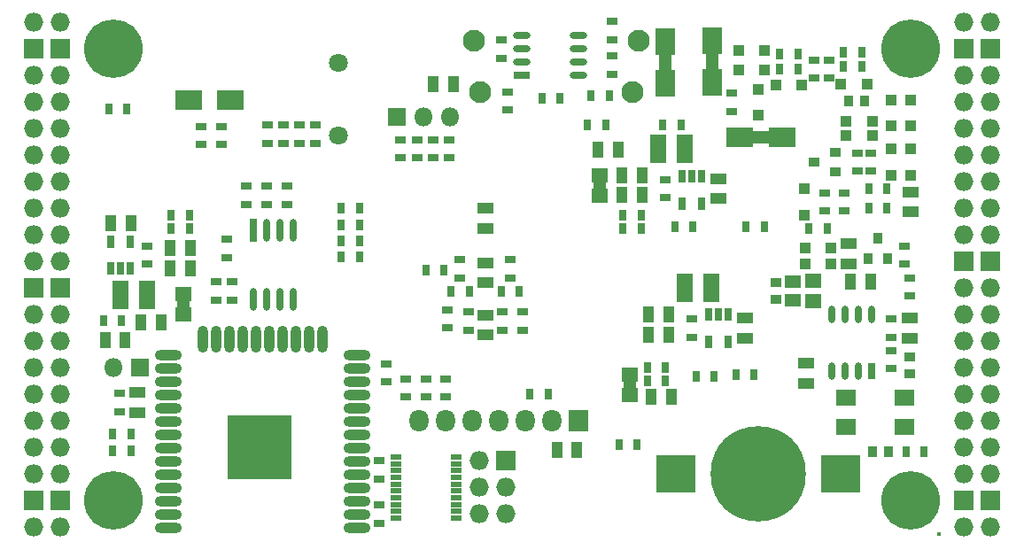
<source format=gbs>
G04 #@! TF.GenerationSoftware,KiCad,Pcbnew,5.0.0-rc3+dfsg1-1*
G04 #@! TF.CreationDate,2018-07-07T09:59:44+02:00*
G04 #@! TF.ProjectId,ulx3s,756C7833732E6B696361645F70636200,rev?*
G04 #@! TF.SameCoordinates,Original*
G04 #@! TF.FileFunction,Soldermask,Bot*
G04 #@! TF.FilePolarity,Negative*
%FSLAX46Y46*%
G04 Gerber Fmt 4.6, Leading zero omitted, Abs format (unit mm)*
G04 Created by KiCad (PCBNEW 5.0.0-rc3+dfsg1-1) date Sat Jul  7 09:59:44 2018*
%MOMM*%
%LPD*%
G01*
G04 APERTURE LIST*
%ADD10C,1.200000*%
%ADD11C,2.100000*%
%ADD12O,2.600000X1.000000*%
%ADD13O,1.000000X2.600000*%
%ADD14R,6.100000X6.100000*%
%ADD15R,0.770000X1.100000*%
%ADD16R,1.500000X1.395000*%
%ADD17R,2.600000X1.900000*%
%ADD18R,1.900000X2.600000*%
%ADD19R,3.800000X3.600000*%
%ADD20C,9.100000*%
%ADD21R,1.650000X0.700000*%
%ADD22O,1.650000X0.700000*%
%ADD23R,0.700000X2.200000*%
%ADD24O,0.700000X2.200000*%
%ADD25R,0.700000X1.650000*%
%ADD26O,0.700000X1.650000*%
%ADD27R,1.100000X0.500000*%
%ADD28R,0.800000X1.300000*%
%ADD29O,1.827200X1.827200*%
%ADD30R,1.827200X1.827200*%
%ADD31C,5.600000*%
%ADD32R,1.827200X2.132000*%
%ADD33O,1.827200X2.132000*%
%ADD34C,1.800000*%
%ADD35R,1.900000X1.500000*%
%ADD36R,1.070000X1.600000*%
%ADD37R,1.600000X1.070000*%
%ADD38R,1.100000X0.770000*%
%ADD39R,1.100000X1.100000*%
%ADD40C,0.400000*%
%ADD41R,1.800000X1.800000*%
%ADD42O,1.800000X1.800000*%
%ADD43R,1.600000X2.800000*%
%ADD44R,0.900000X1.000000*%
%ADD45R,1.000000X0.900000*%
%ADD46R,0.920000X1.100000*%
%ADD47R,1.100000X0.920000*%
%ADD48R,1.500000X1.220000*%
G04 APERTURE END LIST*
D10*
G04 #@! TO.C,RP3*
X149472000Y-77311000D02*
X149472000Y-79311000D01*
G04 #@! TO.C,RP2*
X109609000Y-88632000D02*
X109609000Y-90632000D01*
G04 #@! TO.C,RP1*
X152281000Y-96361000D02*
X152281000Y-98361000D01*
G04 #@! TO.C,RD9*
X166854000Y-73630000D02*
X162854000Y-73630000D01*
G04 #@! TO.C,RD52*
X160155000Y-64391000D02*
X160155000Y-68391000D01*
G04 #@! TO.C,RD51*
X155710000Y-68518000D02*
X155710000Y-64518000D01*
G04 #@! TD*
D11*
G04 #@! TO.C,GPDI1*
X152546000Y-69312000D03*
X138046000Y-69312000D03*
X153146000Y-64412000D03*
X137446000Y-64412000D03*
G04 #@! TD*
D12*
G04 #@! TO.C,U9*
X126230000Y-111000000D03*
X126230000Y-109730000D03*
X126230000Y-108460000D03*
X126230000Y-107190000D03*
X126230000Y-105920000D03*
X126230000Y-104650000D03*
X126230000Y-103380000D03*
X126230000Y-102110000D03*
X126230000Y-100840000D03*
X126230000Y-99570000D03*
X126230000Y-98300000D03*
X126230000Y-97030000D03*
X126230000Y-95760000D03*
X126230000Y-94490000D03*
D13*
X122945000Y-93000000D03*
X121675000Y-93000000D03*
X120405000Y-93000000D03*
X119135000Y-93000000D03*
X117865000Y-93000000D03*
X116595000Y-93000000D03*
X115325000Y-93000000D03*
X114055000Y-93000000D03*
X112785000Y-93000000D03*
X111515000Y-93000000D03*
D12*
X108230000Y-94490000D03*
X108230000Y-95760000D03*
X108230000Y-97030000D03*
X108230000Y-98300000D03*
X108230000Y-99570000D03*
X108230000Y-100840000D03*
X108230000Y-102110000D03*
X108230000Y-103380000D03*
X108230000Y-104650000D03*
X108230000Y-105920000D03*
X108230000Y-107190000D03*
X108230000Y-108460000D03*
X108230000Y-109730000D03*
X108230000Y-111000000D03*
D14*
X116930000Y-103300000D03*
G04 #@! TD*
D15*
G04 #@! TO.C,C49*
X103738000Y-91156000D03*
X101988000Y-91156000D03*
G04 #@! TD*
D16*
G04 #@! TO.C,RP3*
X149472000Y-79278500D03*
X149472000Y-77343500D03*
G04 #@! TD*
G04 #@! TO.C,RP2*
X109609000Y-90599500D03*
X109609000Y-88664500D03*
G04 #@! TD*
G04 #@! TO.C,RP1*
X152281000Y-98328500D03*
X152281000Y-96393500D03*
G04 #@! TD*
D17*
G04 #@! TO.C,RD9*
X162854000Y-73630000D03*
X166854000Y-73630000D03*
G04 #@! TD*
D18*
G04 #@! TO.C,RD52*
X160155000Y-68391000D03*
X160155000Y-64391000D03*
G04 #@! TD*
G04 #@! TO.C,RD51*
X155710000Y-64518000D03*
X155710000Y-68518000D03*
G04 #@! TD*
D19*
G04 #@! TO.C,BAT1*
X172485000Y-105870000D03*
X156685000Y-105870000D03*
D20*
X164585000Y-105870000D03*
G04 #@! TD*
D21*
G04 #@! TO.C,U11*
X141980000Y-67706500D03*
D22*
X141980000Y-66436500D03*
X141980000Y-65166500D03*
X141980000Y-63896500D03*
X147380000Y-63896500D03*
X147380000Y-65166500D03*
X147380000Y-66436500D03*
X147380000Y-67706500D03*
G04 #@! TD*
D23*
G04 #@! TO.C,U10*
X116340000Y-82520000D03*
D24*
X117610000Y-82520000D03*
X118880000Y-82520000D03*
X120150000Y-82520000D03*
X120150000Y-89124000D03*
X118880000Y-89124000D03*
X117610000Y-89124000D03*
X116340000Y-89124000D03*
G04 #@! TD*
D25*
G04 #@! TO.C,U7*
X175395000Y-96015000D03*
D26*
X174125000Y-96015000D03*
X172855000Y-96015000D03*
X171585000Y-96015000D03*
X171585000Y-90615000D03*
X172855000Y-90615000D03*
X174125000Y-90615000D03*
X175395000Y-90615000D03*
G04 #@! TD*
D27*
G04 #@! TO.C,U6*
X129935000Y-104215000D03*
X129935000Y-104865000D03*
X129935000Y-105515000D03*
X129935000Y-106165000D03*
X129935000Y-106815000D03*
X129935000Y-107465000D03*
X129935000Y-108115000D03*
X129935000Y-108765000D03*
X129935000Y-109415000D03*
X129935000Y-110065000D03*
X135735000Y-110065000D03*
X135735000Y-109415000D03*
X135735000Y-108765000D03*
X135735000Y-108115000D03*
X135735000Y-107465000D03*
X135735000Y-106815000D03*
X135735000Y-106165000D03*
X135735000Y-105515000D03*
X135735000Y-104865000D03*
X135735000Y-104215000D03*
G04 #@! TD*
D28*
G04 #@! TO.C,U5*
X157285000Y-77392000D03*
X158235000Y-77392000D03*
X159185000Y-77392000D03*
X159185000Y-79992000D03*
X157285000Y-79992000D03*
G04 #@! TD*
G04 #@! TO.C,U3*
X159825000Y-90600000D03*
X160775000Y-90600000D03*
X161725000Y-90600000D03*
X161725000Y-93200000D03*
X159825000Y-93200000D03*
G04 #@! TD*
G04 #@! TO.C,U4*
X104575000Y-86215000D03*
X103625000Y-86215000D03*
X102675000Y-86215000D03*
X102675000Y-83615000D03*
X104575000Y-83615000D03*
G04 #@! TD*
D29*
G04 #@! TO.C,J1*
X97910000Y-62690000D03*
X95370000Y-62690000D03*
D30*
X97910000Y-65230000D03*
X95370000Y-65230000D03*
D29*
X97910000Y-67770000D03*
X95370000Y-67770000D03*
X97910000Y-70310000D03*
X95370000Y-70310000D03*
X97910000Y-72850000D03*
X95370000Y-72850000D03*
X97910000Y-75390000D03*
X95370000Y-75390000D03*
X97910000Y-77930000D03*
X95370000Y-77930000D03*
X97910000Y-80470000D03*
X95370000Y-80470000D03*
X97910000Y-83010000D03*
X95370000Y-83010000D03*
X97910000Y-85550000D03*
X95370000Y-85550000D03*
D30*
X97910000Y-88090000D03*
X95370000Y-88090000D03*
D29*
X97910000Y-90630000D03*
X95370000Y-90630000D03*
X97910000Y-93170000D03*
X95370000Y-93170000D03*
X97910000Y-95710000D03*
X95370000Y-95710000D03*
X97910000Y-98250000D03*
X95370000Y-98250000D03*
X97910000Y-100790000D03*
X95370000Y-100790000D03*
X97910000Y-103330000D03*
X95370000Y-103330000D03*
X97910000Y-105870000D03*
X95370000Y-105870000D03*
D30*
X97910000Y-108410000D03*
X95370000Y-108410000D03*
D29*
X97910000Y-110950000D03*
X95370000Y-110950000D03*
G04 #@! TD*
G04 #@! TO.C,J2*
X184270000Y-110950000D03*
X186810000Y-110950000D03*
D30*
X184270000Y-108410000D03*
X186810000Y-108410000D03*
D29*
X184270000Y-105870000D03*
X186810000Y-105870000D03*
X184270000Y-103330000D03*
X186810000Y-103330000D03*
X184270000Y-100790000D03*
X186810000Y-100790000D03*
X184270000Y-98250000D03*
X186810000Y-98250000D03*
X184270000Y-95710000D03*
X186810000Y-95710000D03*
X184270000Y-93170000D03*
X186810000Y-93170000D03*
X184270000Y-90630000D03*
X186810000Y-90630000D03*
X184270000Y-88090000D03*
X186810000Y-88090000D03*
D30*
X184270000Y-85550000D03*
X186810000Y-85550000D03*
D29*
X184270000Y-83010000D03*
X186810000Y-83010000D03*
X184270000Y-80470000D03*
X186810000Y-80470000D03*
X184270000Y-77930000D03*
X186810000Y-77930000D03*
X184270000Y-75390000D03*
X186810000Y-75390000D03*
X184270000Y-72850000D03*
X186810000Y-72850000D03*
X184270000Y-70310000D03*
X186810000Y-70310000D03*
X184270000Y-67770000D03*
X186810000Y-67770000D03*
D30*
X184270000Y-65230000D03*
X186810000Y-65230000D03*
D29*
X184270000Y-62690000D03*
X186810000Y-62690000D03*
G04 #@! TD*
D31*
G04 #@! TO.C,H1*
X102990000Y-108410000D03*
G04 #@! TD*
G04 #@! TO.C,H2*
X179190000Y-108410000D03*
G04 #@! TD*
G04 #@! TO.C,H3*
X179190000Y-65230000D03*
G04 #@! TD*
G04 #@! TO.C,H4*
X102990000Y-65230000D03*
G04 #@! TD*
D30*
G04 #@! TO.C,J4*
X140455000Y-104600000D03*
D29*
X137915000Y-104600000D03*
X140455000Y-107140000D03*
X137915000Y-107140000D03*
X140455000Y-109680000D03*
X137915000Y-109680000D03*
G04 #@! TD*
D32*
G04 #@! TO.C,OLED1*
X147440000Y-100790000D03*
D33*
X144900000Y-100790000D03*
X142360000Y-100790000D03*
X139820000Y-100790000D03*
X137280000Y-100790000D03*
X134740000Y-100790000D03*
X132200000Y-100790000D03*
G04 #@! TD*
D34*
G04 #@! TO.C,AUDIO1*
X124468000Y-66518000D03*
X124468000Y-73518000D03*
G04 #@! TD*
D35*
G04 #@! TO.C,Y2*
X178576000Y-98522000D03*
X172976000Y-98522000D03*
X172976000Y-101322000D03*
X178576000Y-101322000D03*
G04 #@! TD*
D36*
G04 #@! TO.C,C47*
X133546000Y-68550000D03*
X135456000Y-68550000D03*
G04 #@! TD*
G04 #@! TO.C,C1*
X102748500Y-81885000D03*
X104658500Y-81885000D03*
G04 #@! TD*
D15*
G04 #@! TO.C,C2*
X153985000Y-96910000D03*
X155735000Y-96910000D03*
G04 #@! TD*
D36*
G04 #@! TO.C,C3*
X156015000Y-90630000D03*
X154105000Y-90630000D03*
G04 #@! TD*
G04 #@! TO.C,C4*
X154105000Y-92535000D03*
X156015000Y-92535000D03*
G04 #@! TD*
D37*
G04 #@! TO.C,C5*
X163315000Y-90945000D03*
X163315000Y-92855000D03*
G04 #@! TD*
D15*
G04 #@! TO.C,C6*
X151645000Y-82375000D03*
X153395000Y-82375000D03*
G04 #@! TD*
D36*
G04 #@! TO.C,C7*
X153475000Y-79200000D03*
X151565000Y-79200000D03*
G04 #@! TD*
G04 #@! TO.C,C8*
X153475000Y-77295000D03*
X151565000Y-77295000D03*
G04 #@! TD*
D37*
G04 #@! TO.C,C9*
X160775000Y-79520000D03*
X160775000Y-77610000D03*
G04 #@! TD*
D15*
G04 #@! TO.C,C10*
X108465000Y-81105000D03*
X110215000Y-81105000D03*
G04 #@! TD*
D36*
G04 #@! TO.C,C11*
X108385000Y-84280000D03*
X110295000Y-84280000D03*
G04 #@! TD*
G04 #@! TO.C,C12*
X110295000Y-86185000D03*
X108385000Y-86185000D03*
G04 #@! TD*
D37*
G04 #@! TO.C,C13*
X173221000Y-83833000D03*
X173221000Y-85743000D03*
G04 #@! TD*
D38*
G04 #@! TO.C,C14*
X175380000Y-76900000D03*
X175380000Y-75150000D03*
G04 #@! TD*
D37*
G04 #@! TO.C,C15*
X105276000Y-99967000D03*
X105276000Y-98057000D03*
G04 #@! TD*
D36*
G04 #@! TO.C,C16*
X173424000Y-87473000D03*
X175334000Y-87473000D03*
G04 #@! TD*
D37*
G04 #@! TO.C,C17*
X138500000Y-90665000D03*
X138500000Y-92575000D03*
G04 #@! TD*
D38*
G04 #@! TO.C,C18*
X150589600Y-64359000D03*
X150589600Y-62609000D03*
G04 #@! TD*
D37*
G04 #@! TO.C,C19*
X138500000Y-82375000D03*
X138500000Y-80465000D03*
G04 #@! TD*
G04 #@! TO.C,C20*
X138500000Y-87575000D03*
X138500000Y-85665000D03*
G04 #@! TD*
D36*
G04 #@! TO.C,C21*
X104072000Y-93061000D03*
X102162000Y-93061000D03*
G04 #@! TD*
G04 #@! TO.C,C22*
X154359000Y-98504000D03*
X156269000Y-98504000D03*
G04 #@! TD*
G04 #@! TO.C,C23*
X105591000Y-91392000D03*
X107501000Y-91392000D03*
G04 #@! TD*
G04 #@! TO.C,C24*
X151189000Y-74882000D03*
X149279000Y-74882000D03*
G04 #@! TD*
D38*
G04 #@! TO.C,C25*
X140900000Y-87095000D03*
X140900000Y-85345000D03*
G04 #@! TD*
G04 #@! TO.C,C26*
X136100000Y-87095000D03*
X136100000Y-85345000D03*
G04 #@! TD*
G04 #@! TO.C,C27*
X136900000Y-92095000D03*
X136900000Y-90345000D03*
G04 #@! TD*
G04 #@! TO.C,C28*
X140100000Y-90345000D03*
X140100000Y-92095000D03*
G04 #@! TD*
G04 #@! TO.C,C29*
X142100000Y-92095000D03*
X142100000Y-90345000D03*
G04 #@! TD*
G04 #@! TO.C,C30*
X134900000Y-90145000D03*
X134900000Y-91895000D03*
G04 #@! TD*
D15*
G04 #@! TO.C,C31*
X135225000Y-88420000D03*
X136975000Y-88420000D03*
G04 #@! TD*
G04 #@! TO.C,C32*
X140025000Y-88420000D03*
X141775000Y-88420000D03*
G04 #@! TD*
G04 #@! TO.C,C33*
X163425000Y-82220000D03*
X165175000Y-82220000D03*
G04 #@! TD*
G04 #@! TO.C,C34*
X158375000Y-82220000D03*
X156625000Y-82220000D03*
G04 #@! TD*
D38*
G04 #@! TO.C,C35*
X177300000Y-94025000D03*
X177300000Y-95775000D03*
G04 #@! TD*
D36*
G04 #@! TO.C,C46*
X145342000Y-103584000D03*
X147252000Y-103584000D03*
G04 #@! TD*
D15*
G04 #@! TO.C,C48*
X104246000Y-70963000D03*
X102496000Y-70963000D03*
G04 #@! TD*
D38*
G04 #@! TO.C,C50*
X179063000Y-88856000D03*
X179063000Y-87106000D03*
G04 #@! TD*
D15*
G04 #@! TO.C,C51*
X180473000Y-103711000D03*
X178723000Y-103711000D03*
G04 #@! TD*
G04 #@! TO.C,C52*
X158645000Y-96490000D03*
X160395000Y-96490000D03*
G04 #@! TD*
G04 #@! TO.C,C53*
X132827200Y-86330000D03*
X134577200Y-86330000D03*
G04 #@! TD*
D37*
G04 #@! TO.C,C54*
X169172000Y-95281000D03*
X169172000Y-97191000D03*
G04 #@! TD*
G04 #@! TO.C,D11*
X179190000Y-80790000D03*
X179190000Y-78880000D03*
G04 #@! TD*
D39*
G04 #@! TO.C,D10*
X169050000Y-84280000D03*
X171550000Y-84280000D03*
G04 #@! TD*
G04 #@! TO.C,D12*
X169030000Y-78585000D03*
X169030000Y-81085000D03*
G04 #@! TD*
G04 #@! TO.C,D13*
X171550000Y-85804000D03*
X169050000Y-85804000D03*
G04 #@! TD*
G04 #@! TO.C,D14*
X179190000Y-74775000D03*
X179190000Y-77275000D03*
G04 #@! TD*
G04 #@! TO.C,D15*
X177285000Y-77275000D03*
X177285000Y-74775000D03*
G04 #@! TD*
G04 #@! TO.C,D16*
X172987000Y-73503000D03*
X175487000Y-73503000D03*
G04 #@! TD*
G04 #@! TO.C,D17*
X164585000Y-69060000D03*
X164585000Y-71560000D03*
G04 #@! TD*
G04 #@! TO.C,D20*
X168756000Y-68659000D03*
X166256000Y-68659000D03*
G04 #@! TD*
G04 #@! TO.C,D21*
X174979000Y-68550000D03*
X172479000Y-68550000D03*
G04 #@! TD*
G04 #@! TO.C,D23*
X165200000Y-67262000D03*
X162700000Y-67262000D03*
G04 #@! TD*
G04 #@! TO.C,D24*
X162700000Y-65357000D03*
X165200000Y-65357000D03*
G04 #@! TD*
G04 #@! TO.C,D25*
X177285000Y-72594000D03*
X177285000Y-70094000D03*
G04 #@! TD*
G04 #@! TO.C,D26*
X179190000Y-70094000D03*
X179190000Y-72594000D03*
G04 #@! TD*
D40*
G04 #@! TO.C,AE1*
X181872000Y-111603000D03*
G04 #@! TD*
D38*
G04 #@! TO.C,R49*
X113277000Y-74360000D03*
X113277000Y-72610000D03*
G04 #@! TD*
G04 #@! TO.C,R50*
X111372000Y-72610000D03*
X111372000Y-74360000D03*
G04 #@! TD*
D15*
G04 #@! TO.C,R51*
X155455000Y-72487000D03*
X157205000Y-72487000D03*
G04 #@! TD*
D38*
G04 #@! TO.C,R52*
X171331000Y-66278000D03*
X171331000Y-68028000D03*
G04 #@! TD*
G04 #@! TO.C,R53*
X169919000Y-68028000D03*
X169919000Y-66278000D03*
G04 #@! TD*
D15*
G04 #@! TO.C,R54*
X174477000Y-65502000D03*
X172727000Y-65502000D03*
G04 #@! TD*
D38*
G04 #@! TO.C,R56*
X128390000Y-106321000D03*
X128390000Y-104571000D03*
G04 #@! TD*
G04 #@! TO.C,R57*
X117722000Y-72483000D03*
X117722000Y-74233000D03*
G04 #@! TD*
G04 #@! TO.C,R58*
X119246000Y-74233000D03*
X119246000Y-72483000D03*
G04 #@! TD*
G04 #@! TO.C,R59*
X120770000Y-72483000D03*
X120770000Y-74233000D03*
G04 #@! TD*
G04 #@! TO.C,R60*
X122294000Y-74233000D03*
X122294000Y-72483000D03*
G04 #@! TD*
D15*
G04 #@! TO.C,R61*
X145655000Y-69900000D03*
X143905000Y-69900000D03*
G04 #@! TD*
D41*
G04 #@! TO.C,J3*
X105530000Y-95710000D03*
D42*
X102990000Y-95710000D03*
G04 #@! TD*
D41*
G04 #@! TO.C,J5*
X130056000Y-71725000D03*
D42*
X132596000Y-71725000D03*
X135136000Y-71725000D03*
G04 #@! TD*
D15*
G04 #@! TO.C,R40*
X166631000Y-65738000D03*
X168381000Y-65738000D03*
G04 #@! TD*
D38*
G04 #@! TO.C,R55*
X134740000Y-96740000D03*
X134740000Y-98490000D03*
G04 #@! TD*
D37*
G04 #@! TO.C,C55*
X179078000Y-90963000D03*
X179078000Y-92873000D03*
G04 #@! TD*
D38*
G04 #@! TO.C,R65*
X177300000Y-92793000D03*
X177300000Y-91043000D03*
G04 #@! TD*
D43*
G04 #@! TO.C,L1*
X160140000Y-88090000D03*
X157600000Y-88090000D03*
G04 #@! TD*
G04 #@! TO.C,L2*
X103625000Y-88725000D03*
X106165000Y-88725000D03*
G04 #@! TD*
G04 #@! TO.C,L3*
X155060000Y-74755000D03*
X157600000Y-74755000D03*
G04 #@! TD*
D15*
G04 #@! TO.C,R1*
X171175000Y-82375000D03*
X169425000Y-82375000D03*
G04 #@! TD*
D38*
G04 #@! TO.C,R2*
X172840000Y-78960000D03*
X172840000Y-80710000D03*
G04 #@! TD*
G04 #@! TO.C,R3*
X162045000Y-71185000D03*
X162045000Y-69435000D03*
G04 #@! TD*
D15*
G04 #@! TO.C,R4*
X176890000Y-80470000D03*
X175140000Y-80470000D03*
G04 #@! TD*
D38*
G04 #@! TO.C,R5*
X174110000Y-75150000D03*
X174110000Y-76900000D03*
G04 #@! TD*
G04 #@! TO.C,R6*
X178555000Y-85790000D03*
X178555000Y-84040000D03*
G04 #@! TD*
G04 #@! TO.C,R7*
X113785000Y-85155000D03*
X113785000Y-83405000D03*
G04 #@! TD*
G04 #@! TO.C,R8*
X170935000Y-80710000D03*
X170935000Y-78960000D03*
G04 #@! TD*
G04 #@! TO.C,R9*
X128390000Y-110555000D03*
X128390000Y-108805000D03*
G04 #@! TD*
D15*
G04 #@! TO.C,R10*
X151264000Y-103076000D03*
X153014000Y-103076000D03*
G04 #@! TD*
D38*
G04 #@! TO.C,R11*
X119515000Y-80093000D03*
X119515000Y-78343000D03*
G04 #@! TD*
G04 #@! TO.C,R12*
X114308000Y-89219000D03*
X114308000Y-87469000D03*
G04 #@! TD*
D15*
G04 #@! TO.C,R13*
X175140000Y-78565000D03*
X176890000Y-78565000D03*
G04 #@! TD*
G04 #@! TO.C,R14*
X124721000Y-85060000D03*
X126471000Y-85060000D03*
G04 #@! TD*
G04 #@! TO.C,R15*
X126471000Y-83536000D03*
X124721000Y-83536000D03*
G04 #@! TD*
G04 #@! TO.C,R16*
X124721000Y-82012000D03*
X126471000Y-82012000D03*
G04 #@! TD*
G04 #@! TO.C,R17*
X126471000Y-80470000D03*
X124721000Y-80470000D03*
G04 #@! TD*
D38*
G04 #@! TO.C,R18*
X130422000Y-73898000D03*
X130422000Y-75648000D03*
G04 #@! TD*
G04 #@! TO.C,R19*
X131961000Y-73898000D03*
X131961000Y-75648000D03*
G04 #@! TD*
G04 #@! TO.C,R20*
X133485000Y-73898000D03*
X133485000Y-75648000D03*
G04 #@! TD*
G04 #@! TO.C,R21*
X135009000Y-75648000D03*
X135009000Y-73898000D03*
G04 #@! TD*
G04 #@! TO.C,R22*
X140025500Y-66105000D03*
X140025500Y-64355000D03*
G04 #@! TD*
G04 #@! TO.C,R23*
X140597000Y-71076000D03*
X140597000Y-69326000D03*
G04 #@! TD*
G04 #@! TO.C,R24*
X150615000Y-67647000D03*
X150615000Y-65897000D03*
G04 #@! TD*
D15*
G04 #@! TO.C,R25*
X148300000Y-72487000D03*
X150050000Y-72487000D03*
G04 #@! TD*
G04 #@! TO.C,R26*
X150362000Y-69693000D03*
X148612000Y-69693000D03*
G04 #@! TD*
D38*
G04 #@! TO.C,R27*
X129025000Y-95300000D03*
X129025000Y-97050000D03*
G04 #@! TD*
G04 #@! TO.C,R28*
X117595000Y-78343000D03*
X117595000Y-80093000D03*
G04 #@! TD*
G04 #@! TO.C,R29*
X112784000Y-89219000D03*
X112784000Y-87469000D03*
G04 #@! TD*
G04 #@! TO.C,R30*
X115690000Y-78343000D03*
X115690000Y-80093000D03*
G04 #@! TD*
D15*
G04 #@! TO.C,R31*
X142755000Y-98250000D03*
X144505000Y-98250000D03*
G04 #@! TD*
D38*
G04 #@! TO.C,R32*
X132835000Y-98490000D03*
X132835000Y-96740000D03*
G04 #@! TD*
G04 #@! TO.C,R33*
X130930000Y-96740000D03*
X130930000Y-98490000D03*
G04 #@! TD*
D15*
G04 #@! TO.C,R34*
X102877000Y-103600000D03*
X104627000Y-103600000D03*
G04 #@! TD*
G04 #@! TO.C,R35*
X102877000Y-102060000D03*
X104627000Y-102060000D03*
G04 #@! TD*
D38*
G04 #@! TO.C,R38*
X103576500Y-99905000D03*
X103576500Y-98155000D03*
G04 #@! TD*
D15*
G04 #@! TO.C,R39*
X164190000Y-96345000D03*
X162440000Y-96345000D03*
G04 #@! TD*
G04 #@! TO.C,R63*
X168381000Y-67135000D03*
X166631000Y-67135000D03*
G04 #@! TD*
G04 #@! TO.C,R64*
X174475000Y-66899000D03*
X172725000Y-66899000D03*
G04 #@! TD*
G04 #@! TO.C,RA1*
X153985000Y-95640000D03*
X155735000Y-95640000D03*
G04 #@! TD*
G04 #@! TO.C,RA2*
X110215000Y-82375000D03*
X108465000Y-82375000D03*
G04 #@! TD*
G04 #@! TO.C,RA3*
X151645000Y-81105000D03*
X153395000Y-81105000D03*
G04 #@! TD*
D38*
G04 #@! TO.C,RB1*
X158235000Y-92775000D03*
X158235000Y-91025000D03*
G04 #@! TD*
G04 #@! TO.C,RB2*
X106165000Y-85790000D03*
X106165000Y-84040000D03*
G04 #@! TD*
G04 #@! TO.C,RB3*
X155695000Y-79440000D03*
X155695000Y-77690000D03*
G04 #@! TD*
D17*
G04 #@! TO.C,D8*
X110149000Y-70074000D03*
X114149000Y-70074000D03*
G04 #@! TD*
D44*
G04 #@! TO.C,Q1*
X176015000Y-83280000D03*
X175065000Y-85280000D03*
X176965000Y-85280000D03*
G04 #@! TD*
D45*
G04 #@! TO.C,Q2*
X171935000Y-75075000D03*
X171935000Y-76975000D03*
X169935000Y-76025000D03*
G04 #@! TD*
D39*
G04 #@! TO.C,D27*
X175502000Y-72106000D03*
X173002000Y-72106000D03*
G04 #@! TD*
D46*
G04 #@! TO.C,R66*
X173198000Y-70201000D03*
X174798000Y-70201000D03*
G04 #@! TD*
D47*
G04 #@! TO.C,C56*
X179078000Y-96274000D03*
X179078000Y-94674000D03*
G04 #@! TD*
D46*
G04 #@! TO.C,C57*
X177084000Y-103711000D03*
X175484000Y-103711000D03*
G04 #@! TD*
D48*
G04 #@! TO.C,C58*
X167902000Y-89242000D03*
X167902000Y-87482000D03*
G04 #@! TD*
D47*
G04 #@! TO.C,C59*
X166251000Y-89162000D03*
X166251000Y-87562000D03*
G04 #@! TD*
D16*
G04 #@! TO.C,L4*
X169807000Y-87394500D03*
X169807000Y-89329500D03*
G04 #@! TD*
M02*

</source>
